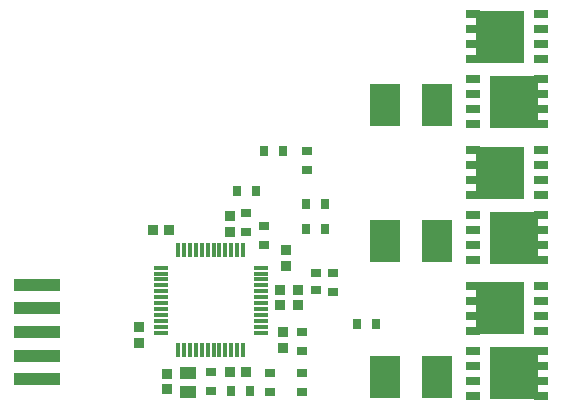
<source format=gtp>
G04*
G04 #@! TF.GenerationSoftware,Altium Limited,Altium Designer,25.8.1 (18)*
G04*
G04 Layer_Color=8421504*
%FSLAX44Y44*%
%MOMM*%
G71*
G04*
G04 #@! TF.SameCoordinates,D7C4C725-C8A4-46AB-A62B-07054BF05DDA*
G04*
G04*
G04 #@! TF.FilePolarity,Positive*
G04*
G01*
G75*
%ADD15R,0.8300X0.9400*%
%ADD16R,0.9400X0.8300*%
%ADD17R,0.8000X0.9500*%
%ADD18R,0.9500X0.8000*%
%ADD19R,1.2000X0.3000*%
%ADD20R,0.3000X1.2000*%
%ADD21R,1.4700X1.0200*%
%ADD22R,4.0000X1.0000*%
%ADD23R,1.2000X0.7500*%
%ADD24R,4.1000X4.5000*%
%ADD25R,2.5000X3.6000*%
%ADD26R,0.8600X0.8000*%
D15*
X124400Y154000D02*
D03*
X137600D02*
D03*
X189400Y34000D02*
D03*
X202600D02*
D03*
D16*
X189000Y166200D02*
D03*
X112000Y72000D02*
D03*
X237000Y124000D02*
D03*
X136000Y19400D02*
D03*
X237000Y137200D02*
D03*
X189000Y153000D02*
D03*
X232000Y104000D02*
D03*
Y90800D02*
D03*
X247000Y104000D02*
D03*
Y90800D02*
D03*
X234000Y54400D02*
D03*
Y67600D02*
D03*
X136000Y32600D02*
D03*
X112000Y58800D02*
D03*
D17*
X297000Y75000D02*
D03*
X313000D02*
D03*
X190000Y18000D02*
D03*
X206000D02*
D03*
X211000Y187000D02*
D03*
X195000D02*
D03*
X270000Y155000D02*
D03*
X254000D02*
D03*
X270000Y176000D02*
D03*
X254000D02*
D03*
X234000Y221000D02*
D03*
X218000D02*
D03*
D18*
X203000Y169000D02*
D03*
X250000Y17000D02*
D03*
X223000Y17000D02*
D03*
X277000Y118000D02*
D03*
X250000Y33000D02*
D03*
X218000Y142000D02*
D03*
Y158000D02*
D03*
X203000Y153000D02*
D03*
X277000Y102000D02*
D03*
X250000Y52000D02*
D03*
Y68000D02*
D03*
X223000Y33000D02*
D03*
X173000Y34000D02*
D03*
Y18000D02*
D03*
X255000Y221000D02*
D03*
Y205000D02*
D03*
D19*
X215380Y117500D02*
D03*
X130620Y72500D02*
D03*
X215380Y112500D02*
D03*
Y82500D02*
D03*
X130620Y107500D02*
D03*
Y87500D02*
D03*
X215380Y77500D02*
D03*
X130620Y82500D02*
D03*
X215380Y87500D02*
D03*
Y72500D02*
D03*
Y107500D02*
D03*
Y102500D02*
D03*
X130620Y117500D02*
D03*
Y92500D02*
D03*
Y67500D02*
D03*
X215380Y122500D02*
D03*
Y92500D02*
D03*
X130620Y77500D02*
D03*
Y122500D02*
D03*
X215380Y67500D02*
D03*
Y97500D02*
D03*
X130620D02*
D03*
Y102500D02*
D03*
Y112500D02*
D03*
D20*
X150500Y137380D02*
D03*
X170500Y52620D02*
D03*
X155500Y137380D02*
D03*
X185500D02*
D03*
X180500D02*
D03*
X170500D02*
D03*
X165500Y52620D02*
D03*
X190500D02*
D03*
X150500D02*
D03*
X175500D02*
D03*
X180500D02*
D03*
X200500D02*
D03*
X145500D02*
D03*
Y137380D02*
D03*
X195500D02*
D03*
X175500D02*
D03*
X185500Y52620D02*
D03*
X200500Y137380D02*
D03*
X195500Y52620D02*
D03*
X190500Y137380D02*
D03*
X165500D02*
D03*
X160500D02*
D03*
Y52620D02*
D03*
X155500D02*
D03*
D21*
X154000Y17000D02*
D03*
Y33000D02*
D03*
D22*
X26000Y28000D02*
D03*
Y48000D02*
D03*
Y88000D02*
D03*
Y68000D02*
D03*
Y108000D02*
D03*
D23*
X453000Y184000D02*
D03*
Y209300D02*
D03*
Y196700D02*
D03*
Y222000D02*
D03*
X395000Y184000D02*
D03*
Y222000D02*
D03*
Y209300D02*
D03*
Y196700D02*
D03*
X452900Y129000D02*
D03*
Y154300D02*
D03*
Y141700D02*
D03*
Y167000D02*
D03*
X453000Y337000D02*
D03*
X395000Y299000D02*
D03*
Y311700D02*
D03*
Y324300D02*
D03*
Y337000D02*
D03*
X453000Y299000D02*
D03*
Y311700D02*
D03*
Y324300D02*
D03*
X395000Y244000D02*
D03*
Y256700D02*
D03*
Y269300D02*
D03*
Y282000D02*
D03*
X453000Y269300D02*
D03*
Y256700D02*
D03*
Y244000D02*
D03*
Y282000D02*
D03*
X394900Y129000D02*
D03*
Y167000D02*
D03*
Y154300D02*
D03*
Y141700D02*
D03*
X453000Y107000D02*
D03*
X395000D02*
D03*
Y94300D02*
D03*
Y81700D02*
D03*
Y69000D02*
D03*
X453000Y81700D02*
D03*
Y94300D02*
D03*
Y69000D02*
D03*
X394900Y14000D02*
D03*
X452900Y52000D02*
D03*
Y26700D02*
D03*
Y39300D02*
D03*
Y14000D02*
D03*
X394900Y26700D02*
D03*
Y39300D02*
D03*
Y52000D02*
D03*
D24*
X417900Y203000D02*
D03*
X430000Y148000D02*
D03*
X417900Y318000D02*
D03*
X430100Y263000D02*
D03*
X417900Y88000D02*
D03*
X430000Y33000D02*
D03*
D25*
X365000Y145000D02*
D03*
X321000D02*
D03*
X365000Y30000D02*
D03*
X321000D02*
D03*
X365000Y260000D02*
D03*
X321000D02*
D03*
D26*
X262000Y118000D02*
D03*
Y104000D02*
D03*
M02*

</source>
